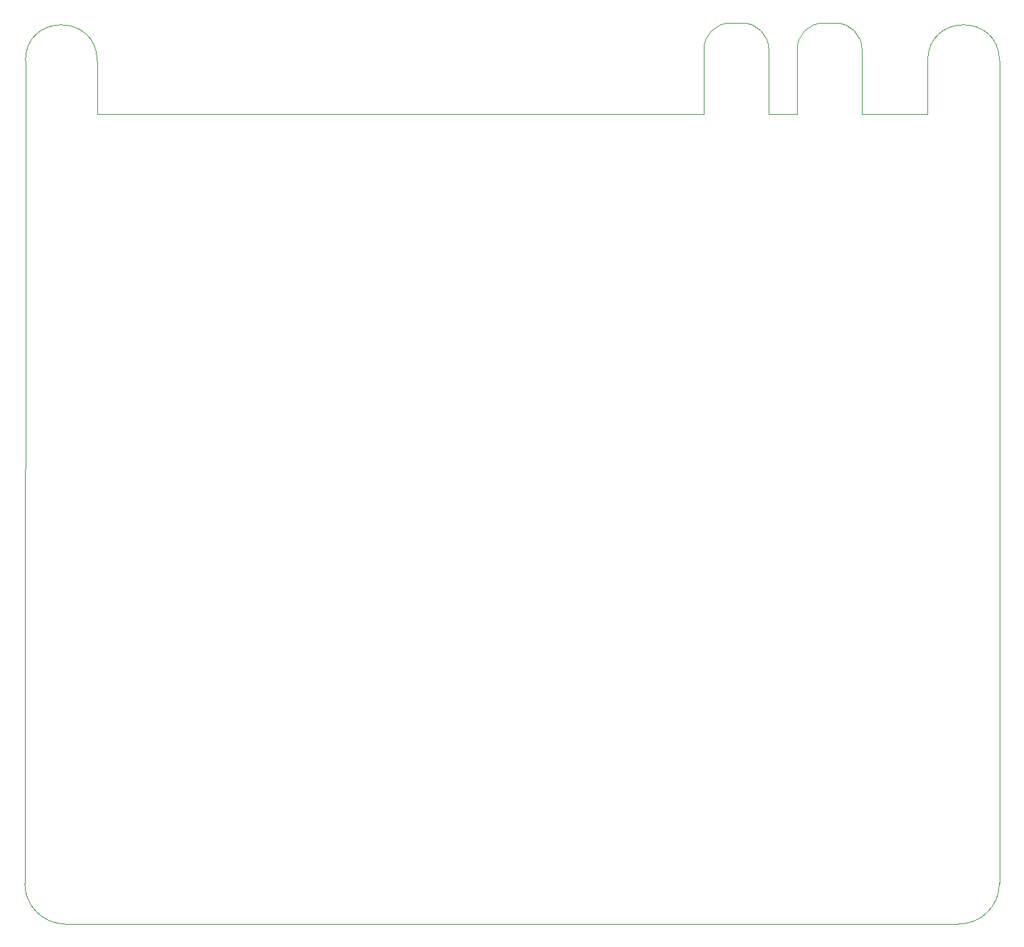
<source format=gm1>
%TF.GenerationSoftware,KiCad,Pcbnew,7.0.9-29-ge2d8d53a10*%
%TF.CreationDate,2023-11-19T17:16:07+01:00*%
%TF.ProjectId,scan-controller-kicad,7363616e-2d63-46f6-9e74-726f6c6c6572,rev?*%
%TF.SameCoordinates,Original*%
%TF.FileFunction,Profile,NP*%
%FSLAX46Y46*%
G04 Gerber Fmt 4.6, Leading zero omitted, Abs format (unit mm)*
G04 Created by KiCad (PCBNEW 7.0.9-29-ge2d8d53a10) date 2023-11-19 17:16:07*
%MOMM*%
%LPD*%
G01*
G04 APERTURE LIST*
%TA.AperFunction,Profile*%
%ADD10C,0.100000*%
%TD*%
G04 APERTURE END LIST*
D10*
X213382000Y-55900000D02*
X213382000Y-47772000D01*
X208556000Y-44470000D02*
G75*
G03*
X205254000Y-47772000I0J-3302000D01*
G01*
X225066000Y-47772000D02*
X225066000Y-55900000D01*
X210080000Y-44470000D02*
X208556000Y-44470000D01*
X233300000Y-49200000D02*
X233300000Y-55900000D01*
X129200000Y-49200000D02*
X129200000Y-55900000D01*
X120202944Y-49200000D02*
X120131091Y-152400000D01*
X216938000Y-47772000D02*
X216938000Y-55900000D01*
X220240000Y-44470000D02*
G75*
G03*
X216938000Y-47772000I0J-3302000D01*
G01*
X120131013Y-152400000D02*
G75*
G03*
X125157225Y-157479998I5080387J100D01*
G01*
X129202944Y-49200000D02*
G75*
G03*
X120202944Y-49200000I-4500000J0D01*
G01*
X242300000Y-49200000D02*
X242300000Y-152400000D01*
X225066000Y-47772000D02*
G75*
G03*
X221764000Y-44470000I-3302000J0D01*
G01*
X216938000Y-55900000D02*
X213382000Y-55900000D01*
X237200000Y-157492102D02*
G75*
G03*
X242292102Y-152400000I0J5092102D01*
G01*
X205254000Y-47772000D02*
X205244000Y-55872923D01*
X129200000Y-55900000D02*
X205244000Y-55872923D01*
X242300000Y-49200000D02*
G75*
G03*
X233300000Y-49200000I-4500000J0D01*
G01*
X237200000Y-157492100D02*
X125157225Y-157479999D01*
X221764000Y-44470000D02*
X220240000Y-44470000D01*
X213382000Y-47772000D02*
G75*
G03*
X210080000Y-44470000I-3302000J0D01*
G01*
X233300000Y-55900000D02*
X225066000Y-55900000D01*
M02*

</source>
